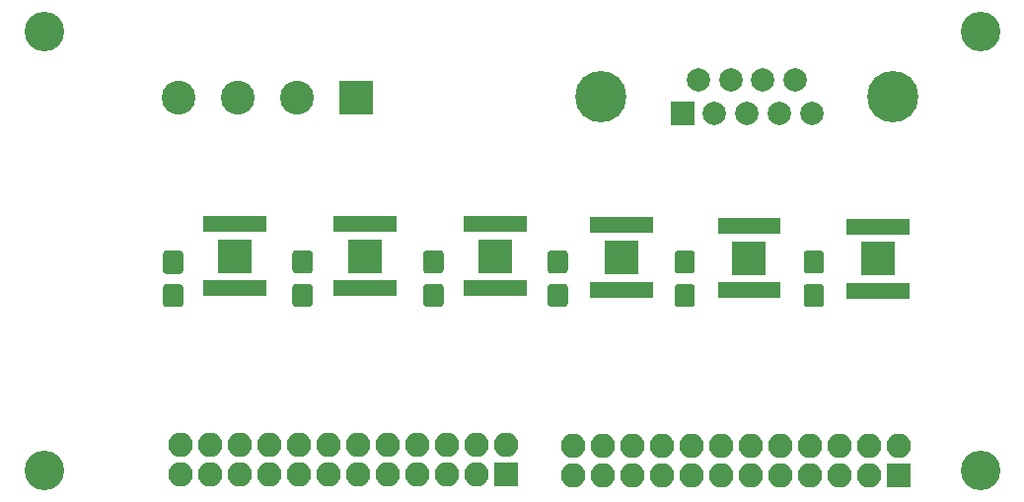
<source format=gbr>
G04 #@! TF.GenerationSoftware,KiCad,Pcbnew,(5.0.0)*
G04 #@! TF.CreationDate,2019-03-26T18:29:11-05:00*
G04 #@! TF.ProjectId,PP_OCT,50505F4F43542E6B696361645F706362,rev?*
G04 #@! TF.SameCoordinates,Original*
G04 #@! TF.FileFunction,Soldermask,Top*
G04 #@! TF.FilePolarity,Negative*
%FSLAX46Y46*%
G04 Gerber Fmt 4.6, Leading zero omitted, Abs format (unit mm)*
G04 Created by KiCad (PCBNEW (5.0.0)) date 03/26/19 18:29:11*
%MOMM*%
%LPD*%
G01*
G04 APERTURE LIST*
%ADD10C,3.400000*%
%ADD11R,2.100000X2.100000*%
%ADD12O,2.100000X2.100000*%
%ADD13C,2.900000*%
%ADD14R,2.900000X2.900000*%
%ADD15R,3.000000X3.000000*%
%ADD16R,0.850000X1.450000*%
%ADD17C,4.400000*%
%ADD18C,2.000000*%
%ADD19R,2.000000X2.000000*%
%ADD20C,0.100000*%
%ADD21C,1.750000*%
G04 APERTURE END LIST*
D10*
G04 #@! TO.C,REF\002A\002A*
X170950000Y-112470000D03*
G04 #@! TD*
G04 #@! TO.C,REF\002A\002A*
X90620000Y-112470000D03*
G04 #@! TD*
G04 #@! TO.C,REF\002A\002A*
X170950000Y-150140000D03*
G04 #@! TD*
G04 #@! TO.C,REF\002A\002A*
X90620000Y-150140000D03*
G04 #@! TD*
D11*
G04 #@! TO.C,J3*
X163960000Y-150600000D03*
D12*
X136020000Y-148060000D03*
X161420000Y-150600000D03*
X138560000Y-148060000D03*
X158880000Y-150600000D03*
X141100000Y-148060000D03*
X156340000Y-150600000D03*
X143640000Y-148060000D03*
X153800000Y-150600000D03*
X146180000Y-148060000D03*
X151260000Y-150600000D03*
X148720000Y-148060000D03*
X148720000Y-150600000D03*
X151260000Y-148060000D03*
X146180000Y-150600000D03*
X153800000Y-148060000D03*
X143640000Y-150600000D03*
X156340000Y-148060000D03*
X141100000Y-150600000D03*
X158880000Y-148060000D03*
X138560000Y-150600000D03*
X161420000Y-148060000D03*
X136020000Y-150600000D03*
X163960000Y-148060000D03*
G04 #@! TD*
D11*
G04 #@! TO.C,J4*
X130270000Y-150520000D03*
D12*
X102330000Y-147980000D03*
X127730000Y-150520000D03*
X104870000Y-147980000D03*
X125190000Y-150520000D03*
X107410000Y-147980000D03*
X122650000Y-150520000D03*
X109950000Y-147980000D03*
X120110000Y-150520000D03*
X112490000Y-147980000D03*
X117570000Y-150520000D03*
X115030000Y-147980000D03*
X115030000Y-150520000D03*
X117570000Y-147980000D03*
X112490000Y-150520000D03*
X120110000Y-147980000D03*
X109950000Y-150520000D03*
X122650000Y-147980000D03*
X107410000Y-150520000D03*
X125190000Y-147980000D03*
X104870000Y-150520000D03*
X127730000Y-147980000D03*
X102330000Y-150520000D03*
X130270000Y-147980000D03*
G04 #@! TD*
D13*
G04 #@! TO.C,J1*
X102190000Y-118160000D03*
X107270000Y-118160000D03*
X112350000Y-118160000D03*
D14*
X117430000Y-118160000D03*
G04 #@! TD*
D15*
G04 #@! TO.C,U3*
X106950000Y-131760000D03*
D16*
X104675000Y-128985000D03*
X105325000Y-128985000D03*
X105975000Y-128985000D03*
X106625000Y-128985000D03*
X107275000Y-128985000D03*
X107925000Y-128985000D03*
X108575000Y-128985000D03*
X109225000Y-128985000D03*
X109225000Y-134535000D03*
X108575000Y-134535000D03*
X107925000Y-134535000D03*
X107275000Y-134535000D03*
X106625000Y-134535000D03*
X105975000Y-134535000D03*
X105325000Y-134535000D03*
X104675000Y-134535000D03*
G04 #@! TD*
D17*
G04 #@! TO.C,J2*
X138430000Y-118060000D03*
X163430000Y-118060000D03*
D18*
X155085000Y-116640000D03*
X152315000Y-116640000D03*
X149545000Y-116640000D03*
X146775000Y-116640000D03*
X156470000Y-119480000D03*
X153700000Y-119480000D03*
X150930000Y-119480000D03*
X148160000Y-119480000D03*
D19*
X145390000Y-119480000D03*
G04 #@! TD*
D15*
G04 #@! TO.C,U1*
X118180000Y-131760000D03*
D16*
X115905000Y-128985000D03*
X116555000Y-128985000D03*
X117205000Y-128985000D03*
X117855000Y-128985000D03*
X118505000Y-128985000D03*
X119155000Y-128985000D03*
X119805000Y-128985000D03*
X120455000Y-128985000D03*
X120455000Y-134535000D03*
X119805000Y-134535000D03*
X119155000Y-134535000D03*
X118505000Y-134535000D03*
X117855000Y-134535000D03*
X117205000Y-134535000D03*
X116555000Y-134535000D03*
X115905000Y-134535000D03*
G04 #@! TD*
D15*
G04 #@! TO.C,U2*
X129320000Y-131760000D03*
D16*
X127045000Y-128985000D03*
X127695000Y-128985000D03*
X128345000Y-128985000D03*
X128995000Y-128985000D03*
X129645000Y-128985000D03*
X130295000Y-128985000D03*
X130945000Y-128985000D03*
X131595000Y-128985000D03*
X131595000Y-134535000D03*
X130945000Y-134535000D03*
X130295000Y-134535000D03*
X129645000Y-134535000D03*
X128995000Y-134535000D03*
X128345000Y-134535000D03*
X127695000Y-134535000D03*
X127045000Y-134535000D03*
G04 #@! TD*
D15*
G04 #@! TO.C,U4*
X140170000Y-131850000D03*
D16*
X137895000Y-129075000D03*
X138545000Y-129075000D03*
X139195000Y-129075000D03*
X139845000Y-129075000D03*
X140495000Y-129075000D03*
X141145000Y-129075000D03*
X141795000Y-129075000D03*
X142445000Y-129075000D03*
X142445000Y-134625000D03*
X141795000Y-134625000D03*
X141145000Y-134625000D03*
X140495000Y-134625000D03*
X139845000Y-134625000D03*
X139195000Y-134625000D03*
X138545000Y-134625000D03*
X137895000Y-134625000D03*
G04 #@! TD*
D15*
G04 #@! TO.C,U5*
X151130000Y-131930000D03*
D16*
X148855000Y-129155000D03*
X149505000Y-129155000D03*
X150155000Y-129155000D03*
X150805000Y-129155000D03*
X151455000Y-129155000D03*
X152105000Y-129155000D03*
X152755000Y-129155000D03*
X153405000Y-129155000D03*
X153405000Y-134705000D03*
X152755000Y-134705000D03*
X152105000Y-134705000D03*
X151455000Y-134705000D03*
X150805000Y-134705000D03*
X150155000Y-134705000D03*
X149505000Y-134705000D03*
X148855000Y-134705000D03*
G04 #@! TD*
D15*
G04 #@! TO.C,U6*
X162210000Y-131990000D03*
D16*
X159935000Y-129215000D03*
X160585000Y-129215000D03*
X161235000Y-129215000D03*
X161885000Y-129215000D03*
X162535000Y-129215000D03*
X163185000Y-129215000D03*
X163835000Y-129215000D03*
X164485000Y-129215000D03*
X164485000Y-134765000D03*
X163835000Y-134765000D03*
X163185000Y-134765000D03*
X162535000Y-134765000D03*
X161885000Y-134765000D03*
X161235000Y-134765000D03*
X160585000Y-134765000D03*
X159935000Y-134765000D03*
G04 #@! TD*
D20*
G04 #@! TO.C,C1*
G36*
X102262692Y-131296561D02*
X102294151Y-131301227D01*
X102325000Y-131308954D01*
X102354944Y-131319669D01*
X102383694Y-131333266D01*
X102410972Y-131349616D01*
X102436517Y-131368561D01*
X102460081Y-131389919D01*
X102481439Y-131413483D01*
X102500384Y-131439028D01*
X102516734Y-131466306D01*
X102530331Y-131495056D01*
X102541046Y-131525000D01*
X102548773Y-131555849D01*
X102553439Y-131587308D01*
X102555000Y-131619073D01*
X102555000Y-132945927D01*
X102553439Y-132977692D01*
X102548773Y-133009151D01*
X102541046Y-133040000D01*
X102530331Y-133069944D01*
X102516734Y-133098694D01*
X102500384Y-133125972D01*
X102481439Y-133151517D01*
X102460081Y-133175081D01*
X102436517Y-133196439D01*
X102410972Y-133215384D01*
X102383694Y-133231734D01*
X102354944Y-133245331D01*
X102325000Y-133256046D01*
X102294151Y-133263773D01*
X102262692Y-133268439D01*
X102230927Y-133270000D01*
X101129073Y-133270000D01*
X101097308Y-133268439D01*
X101065849Y-133263773D01*
X101035000Y-133256046D01*
X101005056Y-133245331D01*
X100976306Y-133231734D01*
X100949028Y-133215384D01*
X100923483Y-133196439D01*
X100899919Y-133175081D01*
X100878561Y-133151517D01*
X100859616Y-133125972D01*
X100843266Y-133098694D01*
X100829669Y-133069944D01*
X100818954Y-133040000D01*
X100811227Y-133009151D01*
X100806561Y-132977692D01*
X100805000Y-132945927D01*
X100805000Y-131619073D01*
X100806561Y-131587308D01*
X100811227Y-131555849D01*
X100818954Y-131525000D01*
X100829669Y-131495056D01*
X100843266Y-131466306D01*
X100859616Y-131439028D01*
X100878561Y-131413483D01*
X100899919Y-131389919D01*
X100923483Y-131368561D01*
X100949028Y-131349616D01*
X100976306Y-131333266D01*
X101005056Y-131319669D01*
X101035000Y-131308954D01*
X101065849Y-131301227D01*
X101097308Y-131296561D01*
X101129073Y-131295000D01*
X102230927Y-131295000D01*
X102262692Y-131296561D01*
X102262692Y-131296561D01*
G37*
D21*
X101680000Y-132282500D03*
D20*
G36*
X102262692Y-134171561D02*
X102294151Y-134176227D01*
X102325000Y-134183954D01*
X102354944Y-134194669D01*
X102383694Y-134208266D01*
X102410972Y-134224616D01*
X102436517Y-134243561D01*
X102460081Y-134264919D01*
X102481439Y-134288483D01*
X102500384Y-134314028D01*
X102516734Y-134341306D01*
X102530331Y-134370056D01*
X102541046Y-134400000D01*
X102548773Y-134430849D01*
X102553439Y-134462308D01*
X102555000Y-134494073D01*
X102555000Y-135820927D01*
X102553439Y-135852692D01*
X102548773Y-135884151D01*
X102541046Y-135915000D01*
X102530331Y-135944944D01*
X102516734Y-135973694D01*
X102500384Y-136000972D01*
X102481439Y-136026517D01*
X102460081Y-136050081D01*
X102436517Y-136071439D01*
X102410972Y-136090384D01*
X102383694Y-136106734D01*
X102354944Y-136120331D01*
X102325000Y-136131046D01*
X102294151Y-136138773D01*
X102262692Y-136143439D01*
X102230927Y-136145000D01*
X101129073Y-136145000D01*
X101097308Y-136143439D01*
X101065849Y-136138773D01*
X101035000Y-136131046D01*
X101005056Y-136120331D01*
X100976306Y-136106734D01*
X100949028Y-136090384D01*
X100923483Y-136071439D01*
X100899919Y-136050081D01*
X100878561Y-136026517D01*
X100859616Y-136000972D01*
X100843266Y-135973694D01*
X100829669Y-135944944D01*
X100818954Y-135915000D01*
X100811227Y-135884151D01*
X100806561Y-135852692D01*
X100805000Y-135820927D01*
X100805000Y-134494073D01*
X100806561Y-134462308D01*
X100811227Y-134430849D01*
X100818954Y-134400000D01*
X100829669Y-134370056D01*
X100843266Y-134341306D01*
X100859616Y-134314028D01*
X100878561Y-134288483D01*
X100899919Y-134264919D01*
X100923483Y-134243561D01*
X100949028Y-134224616D01*
X100976306Y-134208266D01*
X101005056Y-134194669D01*
X101035000Y-134183954D01*
X101065849Y-134176227D01*
X101097308Y-134171561D01*
X101129073Y-134170000D01*
X102230927Y-134170000D01*
X102262692Y-134171561D01*
X102262692Y-134171561D01*
G37*
D21*
X101680000Y-135157500D03*
G04 #@! TD*
D20*
G04 #@! TO.C,C2*
G36*
X113382692Y-131266561D02*
X113414151Y-131271227D01*
X113445000Y-131278954D01*
X113474944Y-131289669D01*
X113503694Y-131303266D01*
X113530972Y-131319616D01*
X113556517Y-131338561D01*
X113580081Y-131359919D01*
X113601439Y-131383483D01*
X113620384Y-131409028D01*
X113636734Y-131436306D01*
X113650331Y-131465056D01*
X113661046Y-131495000D01*
X113668773Y-131525849D01*
X113673439Y-131557308D01*
X113675000Y-131589073D01*
X113675000Y-132915927D01*
X113673439Y-132947692D01*
X113668773Y-132979151D01*
X113661046Y-133010000D01*
X113650331Y-133039944D01*
X113636734Y-133068694D01*
X113620384Y-133095972D01*
X113601439Y-133121517D01*
X113580081Y-133145081D01*
X113556517Y-133166439D01*
X113530972Y-133185384D01*
X113503694Y-133201734D01*
X113474944Y-133215331D01*
X113445000Y-133226046D01*
X113414151Y-133233773D01*
X113382692Y-133238439D01*
X113350927Y-133240000D01*
X112249073Y-133240000D01*
X112217308Y-133238439D01*
X112185849Y-133233773D01*
X112155000Y-133226046D01*
X112125056Y-133215331D01*
X112096306Y-133201734D01*
X112069028Y-133185384D01*
X112043483Y-133166439D01*
X112019919Y-133145081D01*
X111998561Y-133121517D01*
X111979616Y-133095972D01*
X111963266Y-133068694D01*
X111949669Y-133039944D01*
X111938954Y-133010000D01*
X111931227Y-132979151D01*
X111926561Y-132947692D01*
X111925000Y-132915927D01*
X111925000Y-131589073D01*
X111926561Y-131557308D01*
X111931227Y-131525849D01*
X111938954Y-131495000D01*
X111949669Y-131465056D01*
X111963266Y-131436306D01*
X111979616Y-131409028D01*
X111998561Y-131383483D01*
X112019919Y-131359919D01*
X112043483Y-131338561D01*
X112069028Y-131319616D01*
X112096306Y-131303266D01*
X112125056Y-131289669D01*
X112155000Y-131278954D01*
X112185849Y-131271227D01*
X112217308Y-131266561D01*
X112249073Y-131265000D01*
X113350927Y-131265000D01*
X113382692Y-131266561D01*
X113382692Y-131266561D01*
G37*
D21*
X112800000Y-132252500D03*
D20*
G36*
X113382692Y-134141561D02*
X113414151Y-134146227D01*
X113445000Y-134153954D01*
X113474944Y-134164669D01*
X113503694Y-134178266D01*
X113530972Y-134194616D01*
X113556517Y-134213561D01*
X113580081Y-134234919D01*
X113601439Y-134258483D01*
X113620384Y-134284028D01*
X113636734Y-134311306D01*
X113650331Y-134340056D01*
X113661046Y-134370000D01*
X113668773Y-134400849D01*
X113673439Y-134432308D01*
X113675000Y-134464073D01*
X113675000Y-135790927D01*
X113673439Y-135822692D01*
X113668773Y-135854151D01*
X113661046Y-135885000D01*
X113650331Y-135914944D01*
X113636734Y-135943694D01*
X113620384Y-135970972D01*
X113601439Y-135996517D01*
X113580081Y-136020081D01*
X113556517Y-136041439D01*
X113530972Y-136060384D01*
X113503694Y-136076734D01*
X113474944Y-136090331D01*
X113445000Y-136101046D01*
X113414151Y-136108773D01*
X113382692Y-136113439D01*
X113350927Y-136115000D01*
X112249073Y-136115000D01*
X112217308Y-136113439D01*
X112185849Y-136108773D01*
X112155000Y-136101046D01*
X112125056Y-136090331D01*
X112096306Y-136076734D01*
X112069028Y-136060384D01*
X112043483Y-136041439D01*
X112019919Y-136020081D01*
X111998561Y-135996517D01*
X111979616Y-135970972D01*
X111963266Y-135943694D01*
X111949669Y-135914944D01*
X111938954Y-135885000D01*
X111931227Y-135854151D01*
X111926561Y-135822692D01*
X111925000Y-135790927D01*
X111925000Y-134464073D01*
X111926561Y-134432308D01*
X111931227Y-134400849D01*
X111938954Y-134370000D01*
X111949669Y-134340056D01*
X111963266Y-134311306D01*
X111979616Y-134284028D01*
X111998561Y-134258483D01*
X112019919Y-134234919D01*
X112043483Y-134213561D01*
X112069028Y-134194616D01*
X112096306Y-134178266D01*
X112125056Y-134164669D01*
X112155000Y-134153954D01*
X112185849Y-134146227D01*
X112217308Y-134141561D01*
X112249073Y-134140000D01*
X113350927Y-134140000D01*
X113382692Y-134141561D01*
X113382692Y-134141561D01*
G37*
D21*
X112800000Y-135127500D03*
G04 #@! TD*
D20*
G04 #@! TO.C,C3*
G36*
X124602692Y-131266561D02*
X124634151Y-131271227D01*
X124665000Y-131278954D01*
X124694944Y-131289669D01*
X124723694Y-131303266D01*
X124750972Y-131319616D01*
X124776517Y-131338561D01*
X124800081Y-131359919D01*
X124821439Y-131383483D01*
X124840384Y-131409028D01*
X124856734Y-131436306D01*
X124870331Y-131465056D01*
X124881046Y-131495000D01*
X124888773Y-131525849D01*
X124893439Y-131557308D01*
X124895000Y-131589073D01*
X124895000Y-132915927D01*
X124893439Y-132947692D01*
X124888773Y-132979151D01*
X124881046Y-133010000D01*
X124870331Y-133039944D01*
X124856734Y-133068694D01*
X124840384Y-133095972D01*
X124821439Y-133121517D01*
X124800081Y-133145081D01*
X124776517Y-133166439D01*
X124750972Y-133185384D01*
X124723694Y-133201734D01*
X124694944Y-133215331D01*
X124665000Y-133226046D01*
X124634151Y-133233773D01*
X124602692Y-133238439D01*
X124570927Y-133240000D01*
X123469073Y-133240000D01*
X123437308Y-133238439D01*
X123405849Y-133233773D01*
X123375000Y-133226046D01*
X123345056Y-133215331D01*
X123316306Y-133201734D01*
X123289028Y-133185384D01*
X123263483Y-133166439D01*
X123239919Y-133145081D01*
X123218561Y-133121517D01*
X123199616Y-133095972D01*
X123183266Y-133068694D01*
X123169669Y-133039944D01*
X123158954Y-133010000D01*
X123151227Y-132979151D01*
X123146561Y-132947692D01*
X123145000Y-132915927D01*
X123145000Y-131589073D01*
X123146561Y-131557308D01*
X123151227Y-131525849D01*
X123158954Y-131495000D01*
X123169669Y-131465056D01*
X123183266Y-131436306D01*
X123199616Y-131409028D01*
X123218561Y-131383483D01*
X123239919Y-131359919D01*
X123263483Y-131338561D01*
X123289028Y-131319616D01*
X123316306Y-131303266D01*
X123345056Y-131289669D01*
X123375000Y-131278954D01*
X123405849Y-131271227D01*
X123437308Y-131266561D01*
X123469073Y-131265000D01*
X124570927Y-131265000D01*
X124602692Y-131266561D01*
X124602692Y-131266561D01*
G37*
D21*
X124020000Y-132252500D03*
D20*
G36*
X124602692Y-134141561D02*
X124634151Y-134146227D01*
X124665000Y-134153954D01*
X124694944Y-134164669D01*
X124723694Y-134178266D01*
X124750972Y-134194616D01*
X124776517Y-134213561D01*
X124800081Y-134234919D01*
X124821439Y-134258483D01*
X124840384Y-134284028D01*
X124856734Y-134311306D01*
X124870331Y-134340056D01*
X124881046Y-134370000D01*
X124888773Y-134400849D01*
X124893439Y-134432308D01*
X124895000Y-134464073D01*
X124895000Y-135790927D01*
X124893439Y-135822692D01*
X124888773Y-135854151D01*
X124881046Y-135885000D01*
X124870331Y-135914944D01*
X124856734Y-135943694D01*
X124840384Y-135970972D01*
X124821439Y-135996517D01*
X124800081Y-136020081D01*
X124776517Y-136041439D01*
X124750972Y-136060384D01*
X124723694Y-136076734D01*
X124694944Y-136090331D01*
X124665000Y-136101046D01*
X124634151Y-136108773D01*
X124602692Y-136113439D01*
X124570927Y-136115000D01*
X123469073Y-136115000D01*
X123437308Y-136113439D01*
X123405849Y-136108773D01*
X123375000Y-136101046D01*
X123345056Y-136090331D01*
X123316306Y-136076734D01*
X123289028Y-136060384D01*
X123263483Y-136041439D01*
X123239919Y-136020081D01*
X123218561Y-135996517D01*
X123199616Y-135970972D01*
X123183266Y-135943694D01*
X123169669Y-135914944D01*
X123158954Y-135885000D01*
X123151227Y-135854151D01*
X123146561Y-135822692D01*
X123145000Y-135790927D01*
X123145000Y-134464073D01*
X123146561Y-134432308D01*
X123151227Y-134400849D01*
X123158954Y-134370000D01*
X123169669Y-134340056D01*
X123183266Y-134311306D01*
X123199616Y-134284028D01*
X123218561Y-134258483D01*
X123239919Y-134234919D01*
X123263483Y-134213561D01*
X123289028Y-134194616D01*
X123316306Y-134178266D01*
X123345056Y-134164669D01*
X123375000Y-134153954D01*
X123405849Y-134146227D01*
X123437308Y-134141561D01*
X123469073Y-134140000D01*
X124570927Y-134140000D01*
X124602692Y-134141561D01*
X124602692Y-134141561D01*
G37*
D21*
X124020000Y-135127500D03*
G04 #@! TD*
D20*
G04 #@! TO.C,C4*
G36*
X135272692Y-131266561D02*
X135304151Y-131271227D01*
X135335000Y-131278954D01*
X135364944Y-131289669D01*
X135393694Y-131303266D01*
X135420972Y-131319616D01*
X135446517Y-131338561D01*
X135470081Y-131359919D01*
X135491439Y-131383483D01*
X135510384Y-131409028D01*
X135526734Y-131436306D01*
X135540331Y-131465056D01*
X135551046Y-131495000D01*
X135558773Y-131525849D01*
X135563439Y-131557308D01*
X135565000Y-131589073D01*
X135565000Y-132915927D01*
X135563439Y-132947692D01*
X135558773Y-132979151D01*
X135551046Y-133010000D01*
X135540331Y-133039944D01*
X135526734Y-133068694D01*
X135510384Y-133095972D01*
X135491439Y-133121517D01*
X135470081Y-133145081D01*
X135446517Y-133166439D01*
X135420972Y-133185384D01*
X135393694Y-133201734D01*
X135364944Y-133215331D01*
X135335000Y-133226046D01*
X135304151Y-133233773D01*
X135272692Y-133238439D01*
X135240927Y-133240000D01*
X134139073Y-133240000D01*
X134107308Y-133238439D01*
X134075849Y-133233773D01*
X134045000Y-133226046D01*
X134015056Y-133215331D01*
X133986306Y-133201734D01*
X133959028Y-133185384D01*
X133933483Y-133166439D01*
X133909919Y-133145081D01*
X133888561Y-133121517D01*
X133869616Y-133095972D01*
X133853266Y-133068694D01*
X133839669Y-133039944D01*
X133828954Y-133010000D01*
X133821227Y-132979151D01*
X133816561Y-132947692D01*
X133815000Y-132915927D01*
X133815000Y-131589073D01*
X133816561Y-131557308D01*
X133821227Y-131525849D01*
X133828954Y-131495000D01*
X133839669Y-131465056D01*
X133853266Y-131436306D01*
X133869616Y-131409028D01*
X133888561Y-131383483D01*
X133909919Y-131359919D01*
X133933483Y-131338561D01*
X133959028Y-131319616D01*
X133986306Y-131303266D01*
X134015056Y-131289669D01*
X134045000Y-131278954D01*
X134075849Y-131271227D01*
X134107308Y-131266561D01*
X134139073Y-131265000D01*
X135240927Y-131265000D01*
X135272692Y-131266561D01*
X135272692Y-131266561D01*
G37*
D21*
X134690000Y-132252500D03*
D20*
G36*
X135272692Y-134141561D02*
X135304151Y-134146227D01*
X135335000Y-134153954D01*
X135364944Y-134164669D01*
X135393694Y-134178266D01*
X135420972Y-134194616D01*
X135446517Y-134213561D01*
X135470081Y-134234919D01*
X135491439Y-134258483D01*
X135510384Y-134284028D01*
X135526734Y-134311306D01*
X135540331Y-134340056D01*
X135551046Y-134370000D01*
X135558773Y-134400849D01*
X135563439Y-134432308D01*
X135565000Y-134464073D01*
X135565000Y-135790927D01*
X135563439Y-135822692D01*
X135558773Y-135854151D01*
X135551046Y-135885000D01*
X135540331Y-135914944D01*
X135526734Y-135943694D01*
X135510384Y-135970972D01*
X135491439Y-135996517D01*
X135470081Y-136020081D01*
X135446517Y-136041439D01*
X135420972Y-136060384D01*
X135393694Y-136076734D01*
X135364944Y-136090331D01*
X135335000Y-136101046D01*
X135304151Y-136108773D01*
X135272692Y-136113439D01*
X135240927Y-136115000D01*
X134139073Y-136115000D01*
X134107308Y-136113439D01*
X134075849Y-136108773D01*
X134045000Y-136101046D01*
X134015056Y-136090331D01*
X133986306Y-136076734D01*
X133959028Y-136060384D01*
X133933483Y-136041439D01*
X133909919Y-136020081D01*
X133888561Y-135996517D01*
X133869616Y-135970972D01*
X133853266Y-135943694D01*
X133839669Y-135914944D01*
X133828954Y-135885000D01*
X133821227Y-135854151D01*
X133816561Y-135822692D01*
X133815000Y-135790927D01*
X133815000Y-134464073D01*
X133816561Y-134432308D01*
X133821227Y-134400849D01*
X133828954Y-134370000D01*
X133839669Y-134340056D01*
X133853266Y-134311306D01*
X133869616Y-134284028D01*
X133888561Y-134258483D01*
X133909919Y-134234919D01*
X133933483Y-134213561D01*
X133959028Y-134194616D01*
X133986306Y-134178266D01*
X134015056Y-134164669D01*
X134045000Y-134153954D01*
X134075849Y-134146227D01*
X134107308Y-134141561D01*
X134139073Y-134140000D01*
X135240927Y-134140000D01*
X135272692Y-134141561D01*
X135272692Y-134141561D01*
G37*
D21*
X134690000Y-135127500D03*
G04 #@! TD*
D20*
G04 #@! TO.C,C5*
G36*
X146172692Y-131276561D02*
X146204151Y-131281227D01*
X146235000Y-131288954D01*
X146264944Y-131299669D01*
X146293694Y-131313266D01*
X146320972Y-131329616D01*
X146346517Y-131348561D01*
X146370081Y-131369919D01*
X146391439Y-131393483D01*
X146410384Y-131419028D01*
X146426734Y-131446306D01*
X146440331Y-131475056D01*
X146451046Y-131505000D01*
X146458773Y-131535849D01*
X146463439Y-131567308D01*
X146465000Y-131599073D01*
X146465000Y-132925927D01*
X146463439Y-132957692D01*
X146458773Y-132989151D01*
X146451046Y-133020000D01*
X146440331Y-133049944D01*
X146426734Y-133078694D01*
X146410384Y-133105972D01*
X146391439Y-133131517D01*
X146370081Y-133155081D01*
X146346517Y-133176439D01*
X146320972Y-133195384D01*
X146293694Y-133211734D01*
X146264944Y-133225331D01*
X146235000Y-133236046D01*
X146204151Y-133243773D01*
X146172692Y-133248439D01*
X146140927Y-133250000D01*
X145039073Y-133250000D01*
X145007308Y-133248439D01*
X144975849Y-133243773D01*
X144945000Y-133236046D01*
X144915056Y-133225331D01*
X144886306Y-133211734D01*
X144859028Y-133195384D01*
X144833483Y-133176439D01*
X144809919Y-133155081D01*
X144788561Y-133131517D01*
X144769616Y-133105972D01*
X144753266Y-133078694D01*
X144739669Y-133049944D01*
X144728954Y-133020000D01*
X144721227Y-132989151D01*
X144716561Y-132957692D01*
X144715000Y-132925927D01*
X144715000Y-131599073D01*
X144716561Y-131567308D01*
X144721227Y-131535849D01*
X144728954Y-131505000D01*
X144739669Y-131475056D01*
X144753266Y-131446306D01*
X144769616Y-131419028D01*
X144788561Y-131393483D01*
X144809919Y-131369919D01*
X144833483Y-131348561D01*
X144859028Y-131329616D01*
X144886306Y-131313266D01*
X144915056Y-131299669D01*
X144945000Y-131288954D01*
X144975849Y-131281227D01*
X145007308Y-131276561D01*
X145039073Y-131275000D01*
X146140927Y-131275000D01*
X146172692Y-131276561D01*
X146172692Y-131276561D01*
G37*
D21*
X145590000Y-132262500D03*
D20*
G36*
X146172692Y-134151561D02*
X146204151Y-134156227D01*
X146235000Y-134163954D01*
X146264944Y-134174669D01*
X146293694Y-134188266D01*
X146320972Y-134204616D01*
X146346517Y-134223561D01*
X146370081Y-134244919D01*
X146391439Y-134268483D01*
X146410384Y-134294028D01*
X146426734Y-134321306D01*
X146440331Y-134350056D01*
X146451046Y-134380000D01*
X146458773Y-134410849D01*
X146463439Y-134442308D01*
X146465000Y-134474073D01*
X146465000Y-135800927D01*
X146463439Y-135832692D01*
X146458773Y-135864151D01*
X146451046Y-135895000D01*
X146440331Y-135924944D01*
X146426734Y-135953694D01*
X146410384Y-135980972D01*
X146391439Y-136006517D01*
X146370081Y-136030081D01*
X146346517Y-136051439D01*
X146320972Y-136070384D01*
X146293694Y-136086734D01*
X146264944Y-136100331D01*
X146235000Y-136111046D01*
X146204151Y-136118773D01*
X146172692Y-136123439D01*
X146140927Y-136125000D01*
X145039073Y-136125000D01*
X145007308Y-136123439D01*
X144975849Y-136118773D01*
X144945000Y-136111046D01*
X144915056Y-136100331D01*
X144886306Y-136086734D01*
X144859028Y-136070384D01*
X144833483Y-136051439D01*
X144809919Y-136030081D01*
X144788561Y-136006517D01*
X144769616Y-135980972D01*
X144753266Y-135953694D01*
X144739669Y-135924944D01*
X144728954Y-135895000D01*
X144721227Y-135864151D01*
X144716561Y-135832692D01*
X144715000Y-135800927D01*
X144715000Y-134474073D01*
X144716561Y-134442308D01*
X144721227Y-134410849D01*
X144728954Y-134380000D01*
X144739669Y-134350056D01*
X144753266Y-134321306D01*
X144769616Y-134294028D01*
X144788561Y-134268483D01*
X144809919Y-134244919D01*
X144833483Y-134223561D01*
X144859028Y-134204616D01*
X144886306Y-134188266D01*
X144915056Y-134174669D01*
X144945000Y-134163954D01*
X144975849Y-134156227D01*
X145007308Y-134151561D01*
X145039073Y-134150000D01*
X146140927Y-134150000D01*
X146172692Y-134151561D01*
X146172692Y-134151561D01*
G37*
D21*
X145590000Y-135137500D03*
G04 #@! TD*
D20*
G04 #@! TO.C,C6*
G36*
X157252692Y-131276561D02*
X157284151Y-131281227D01*
X157315000Y-131288954D01*
X157344944Y-131299669D01*
X157373694Y-131313266D01*
X157400972Y-131329616D01*
X157426517Y-131348561D01*
X157450081Y-131369919D01*
X157471439Y-131393483D01*
X157490384Y-131419028D01*
X157506734Y-131446306D01*
X157520331Y-131475056D01*
X157531046Y-131505000D01*
X157538773Y-131535849D01*
X157543439Y-131567308D01*
X157545000Y-131599073D01*
X157545000Y-132925927D01*
X157543439Y-132957692D01*
X157538773Y-132989151D01*
X157531046Y-133020000D01*
X157520331Y-133049944D01*
X157506734Y-133078694D01*
X157490384Y-133105972D01*
X157471439Y-133131517D01*
X157450081Y-133155081D01*
X157426517Y-133176439D01*
X157400972Y-133195384D01*
X157373694Y-133211734D01*
X157344944Y-133225331D01*
X157315000Y-133236046D01*
X157284151Y-133243773D01*
X157252692Y-133248439D01*
X157220927Y-133250000D01*
X156119073Y-133250000D01*
X156087308Y-133248439D01*
X156055849Y-133243773D01*
X156025000Y-133236046D01*
X155995056Y-133225331D01*
X155966306Y-133211734D01*
X155939028Y-133195384D01*
X155913483Y-133176439D01*
X155889919Y-133155081D01*
X155868561Y-133131517D01*
X155849616Y-133105972D01*
X155833266Y-133078694D01*
X155819669Y-133049944D01*
X155808954Y-133020000D01*
X155801227Y-132989151D01*
X155796561Y-132957692D01*
X155795000Y-132925927D01*
X155795000Y-131599073D01*
X155796561Y-131567308D01*
X155801227Y-131535849D01*
X155808954Y-131505000D01*
X155819669Y-131475056D01*
X155833266Y-131446306D01*
X155849616Y-131419028D01*
X155868561Y-131393483D01*
X155889919Y-131369919D01*
X155913483Y-131348561D01*
X155939028Y-131329616D01*
X155966306Y-131313266D01*
X155995056Y-131299669D01*
X156025000Y-131288954D01*
X156055849Y-131281227D01*
X156087308Y-131276561D01*
X156119073Y-131275000D01*
X157220927Y-131275000D01*
X157252692Y-131276561D01*
X157252692Y-131276561D01*
G37*
D21*
X156670000Y-132262500D03*
D20*
G36*
X157252692Y-134151561D02*
X157284151Y-134156227D01*
X157315000Y-134163954D01*
X157344944Y-134174669D01*
X157373694Y-134188266D01*
X157400972Y-134204616D01*
X157426517Y-134223561D01*
X157450081Y-134244919D01*
X157471439Y-134268483D01*
X157490384Y-134294028D01*
X157506734Y-134321306D01*
X157520331Y-134350056D01*
X157531046Y-134380000D01*
X157538773Y-134410849D01*
X157543439Y-134442308D01*
X157545000Y-134474073D01*
X157545000Y-135800927D01*
X157543439Y-135832692D01*
X157538773Y-135864151D01*
X157531046Y-135895000D01*
X157520331Y-135924944D01*
X157506734Y-135953694D01*
X157490384Y-135980972D01*
X157471439Y-136006517D01*
X157450081Y-136030081D01*
X157426517Y-136051439D01*
X157400972Y-136070384D01*
X157373694Y-136086734D01*
X157344944Y-136100331D01*
X157315000Y-136111046D01*
X157284151Y-136118773D01*
X157252692Y-136123439D01*
X157220927Y-136125000D01*
X156119073Y-136125000D01*
X156087308Y-136123439D01*
X156055849Y-136118773D01*
X156025000Y-136111046D01*
X155995056Y-136100331D01*
X155966306Y-136086734D01*
X155939028Y-136070384D01*
X155913483Y-136051439D01*
X155889919Y-136030081D01*
X155868561Y-136006517D01*
X155849616Y-135980972D01*
X155833266Y-135953694D01*
X155819669Y-135924944D01*
X155808954Y-135895000D01*
X155801227Y-135864151D01*
X155796561Y-135832692D01*
X155795000Y-135800927D01*
X155795000Y-134474073D01*
X155796561Y-134442308D01*
X155801227Y-134410849D01*
X155808954Y-134380000D01*
X155819669Y-134350056D01*
X155833266Y-134321306D01*
X155849616Y-134294028D01*
X155868561Y-134268483D01*
X155889919Y-134244919D01*
X155913483Y-134223561D01*
X155939028Y-134204616D01*
X155966306Y-134188266D01*
X155995056Y-134174669D01*
X156025000Y-134163954D01*
X156055849Y-134156227D01*
X156087308Y-134151561D01*
X156119073Y-134150000D01*
X157220927Y-134150000D01*
X157252692Y-134151561D01*
X157252692Y-134151561D01*
G37*
D21*
X156670000Y-135137500D03*
G04 #@! TD*
M02*

</source>
